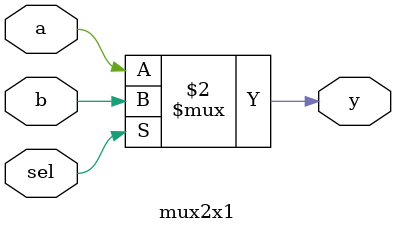
<source format=v>
`timescale 10ns / 1ps

module add_sub(
    input m,                   
    input [3:0] a, b,        
    output [3:0] s,           
    output cout             
    );

    wire [3:0] p, q, r, g;             
    wire cin, coutb, t, l;
    wire mux_out;                              

    xor G1(p[0], b[0], m);
    xor G2(p[1], b[1], m);
    xor G3(p[2], b[2], m);
    xor G4(p[3], b[3], m);
    
    not G5(t,coutb);
    and G6(l,t,m);
    
    xor G7(r[0], q[0], l);
    xor G8(r[1], q[1], l);
    xor G9(r[2], q[2], l);
    xor G10(r[3], q[3], l);
    

    assign g[3:0]=4'b0000;  
    assign cin = m;
    
    RAC RAC1(q, coutb, a, p, cin);
    RAC RAC2(s, cout, r, g, l);
      
    mux2x1 mux_instance (
        .a(coutb),     
        .b(1'b0),      
        .sel(m),   
        .y(mux_out)     
    );

     assign cout = mux_out;
     
endmodule

module RAC(s, cout, a, b, cin);

    output [3:0] s;          
    output cout;             
    input [3:0] a, b;       
    input cin;             

    wire c1, c2, c3;         

    FA FA1(s[0], c1, a[0], b[0], cin);
    FA FA2(s[1], c2, a[1], b[1], c1);
    FA FA3(s[2], c3, a[2], b[2], c2);
    FA FA4(s[3], cout, a[3], b[3], c3);

endmodule

module FA(s, c, x, y, z);

    output s, c;             
    input x, y, z;        

    assign s = x ^ y ^ z;   
    assign c = (x & y) | (y & z) | (x & z);
    
endmodule

module mux2x1(
    input a,      
    input b,       
    input sel,  
    output y       
    );

    assign y = (sel == 0) ? a : b;   

endmodule
</source>
